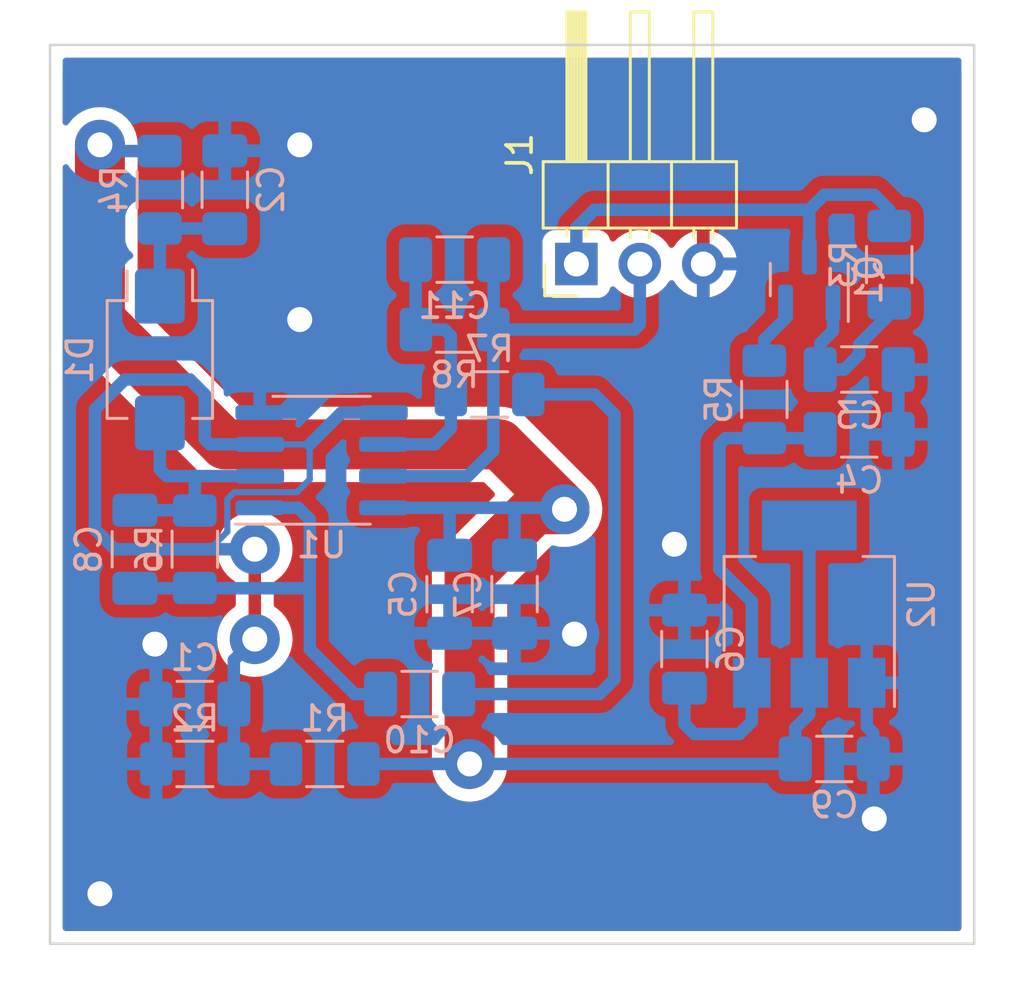
<source format=kicad_pcb>
(kicad_pcb (version 20211014) (generator pcbnew)
  (layers (0 "F.Cu" signal) (31 "B.Cu" signal) (34 "B.Paste" user) (35 "F.Paste" user) (36 "B.SilkS" user "B.Silkscreen") (37 "F.SilkS" user "F.Silkscreen") (38 "B.Mask" user) (39 "F.Mask" user) (44 "Edge.Cuts" user))
  (net 0 "")
  (net 1 "/Vcm")
  (net 2 "GND")
  (net 3 "Net-(C2-Pad1)")
  (net 4 "Net-(C3-Pad1)")
  (net 5 "Net-(C4-Pad1)")
  (net 6 "+5V")
  (net 7 "Net-(C8-Pad1)")
  (net 8 "Net-(C10-Pad1)")
  (net 9 "Net-(C10-Pad2)")
  (net 10 "Net-(C11-Pad1)")
  (net 11 "/OUT")
  (net 12 "Net-(J1-Pad1)")
  (net 13 "Net-(Q1-Pad2)")
  (footprint "Connector_PinHeader_2.54mm:PinHeader_1x03_P2.54mm_Horizontal" (layer "F.Cu") (at 165.075 68.775 90)
    (fp_text reference "J1" (at 4.385 -2.27 90) (layer "F.SilkS"))
    (fp_text value "Conn")
    (fp_line (start 1.042929 2.16) (end 1.44 2.16) (layer "F.SilkS") (width 0.12))
    (fp_line (start 4.1 0.28) (end 10.1 0.28) (layer "F.SilkS") (width 0.12))
    (fp_line (start 4.1 -0.32) (end 10.1 -0.32) (layer "F.SilkS") (width 0.12))
    (fp_line (start 4.1 -1.33) (end 1.44 -1.33) (layer "F.SilkS") (width 0.12))
    (fp_line (start 4.1 -0.38) (end 10.1 -0.38) (layer "F.SilkS") (width 0.12))
    (fp_line (start 4.1 -0.2) (end 10.1 -0.2) (layer "F.SilkS") (width 0.12))
    (fp_line (start 1.44 -1.33) (end 1.44 6.41) (layer "F.SilkS") (width 0.12))
    (fp_line (start 1.44 1.27) (end 4.1 1.27) (layer "F.SilkS") (width 0.12))
    (fp_line (start 10.1 2.92) (end 4.1 2.92) (layer "F.SilkS") (width 0.12))
    (fp_line (start 1.11 0.38) (end 1.44 0.38) (layer "F.SilkS") (width 0.12))
    (fp_line (start 4.1 0.16) (end 10.1 0.16) (layer "F.SilkS") (width 0.12))
    (fp_line (start 1.042929 5.46) (end 1.44 5.46) (layer "F.SilkS") (width 0.12))
    (fp_line (start 1.44 3.81) (end 4.1 3.81) (layer "F.SilkS") (width 0.12))
    (fp_line (start 4.1 0.04) (end 10.1 0.04) (layer "F.SilkS") (width 0.12))
    (fp_line (start -1.27 -1.27) (end 0 -1.27) (layer "F.SilkS") (width 0.12))
    (fp_line (start 10.1 5.46) (end 4.1 5.46) (layer "F.SilkS") (width 0.12))
    (fp_line (start 4.1 2.16) (end 10.1 2.16) (layer "F.SilkS") (width 0.12))
    (fp_line (start 4.1 6.41) (end 4.1 -1.33) (layer "F.SilkS") (width 0.12))
    (fp_line (start 1.042929 4.7) (end 1.44 4.7) (layer "F.SilkS") (width 0.12))
    (fp_line (start -1.27 0) (end -1.27 -1.27) (layer "F.SilkS") (width 0.12))
    (fp_line (start 1.042929 2.92) (end 1.44 2.92) (layer "F.SilkS") (width 0.12))
    (fp_line (start 1.11 -0.38) (end 1.44 -0.38) (layer "F.SilkS") (width 0.12))
    (fp_line (start 10.1 -0.38) (end 10.1 0.38) (layer "F.SilkS") (width 0.12))
    (fp_line (start 10.1 2.16) (end 10.1 2.92) (layer "F.SilkS") (width 0.12))
    (fp_line (start 10.1 0.38) (end 4.1 0.38) (layer "F.SilkS") (width 0.12))
    (fp_line (start 1.44 6.41) (end 4.1 6.41) (layer "F.SilkS") (width 0.12))
    (fp_line (start 4.1 4.7) (end 10.1 4.7) (layer "F.SilkS") (width 0.12))
    (fp_line (start 4.1 -0.08) (end 10.1 -0.08) (layer "F.SilkS") (width 0.12))
    (fp_line (start 10.1 4.7) (end 10.1 5.46) (layer "F.SilkS") (width 0.12))
    (pad "1" thru_hole rect (at 0 0 90) (size 1.7 1.7) (drill 1) (layers *.Cu *.Mask) (net 12 "Net-(J1-Pad1)"))
    (pad "2" thru_hole oval (at 0 2.54 90) (size 1.7 1.7) (drill 1) (layers *.Cu *.Mask) (net 11 "/OUT"))
    (pad "3" thru_hole oval (at 0 5.08 90) (size 1.7 1.7) (drill 1) (layers *.Cu *.Mask) (net 2 "GND"))
  )
  (footprint "Capacitor_SMD:C_1206_3216Metric_Pad1.33x1.80mm_HandSolder" (layer "B.Cu") (at 176.4 75.6)
    (fp_text reference "C4" (at 0 1.85) (layer "B.SilkS") (effects (justify mirror)))
    (fp_text value "22uF")
    (fp_line (start -0.711252 0.91) (end 0.711252 0.91) (layer "B.SilkS") (width 0.12))
    (fp_line (start -0.711252 -0.91) (end 0.711252 -0.91) (layer "B.SilkS") (width 0.12))
    (pad "1" smd roundrect (at -1.5625 0) (size 1.325 1.8) (layers "B.Cu" "B.Paste" "B.Mask") (roundrect_rratio 0.188679) (net 5 "Net-(C4-Pad1)"))
    (pad "2" smd roundrect (at 1.5625 0) (size 1.325 1.8) (layers "B.Cu" "B.Paste" "B.Mask") (roundrect_rratio 0.188679) (net 2 "GND"))
  )
  (footprint "Capacitor_SMD:C_1206_3216Metric_Pad1.33x1.80mm_HandSolder" (layer "B.Cu") (at 169.4 84.2 90)
    (fp_text reference "C6" (at 0 1.85 90) (layer "B.SilkS") (effects (justify mirror)))
    (fp_text value "1uF")
    (fp_line (start -0.711252 0.91) (end 0.711252 0.91) (layer "B.SilkS") (width 0.12))
    (fp_line (start -0.711252 -0.91) (end 0.711252 -0.91) (layer "B.SilkS") (width 0.12))
    (pad "1" smd roundrect (at -1.5625 0 90) (size 1.325 1.8) (layers "B.Cu" "B.Paste" "B.Mask") (roundrect_rratio 0.188679) (net 5 "Net-(C4-Pad1)"))
    (pad "2" smd roundrect (at 1.5625 0 90) (size 1.325 1.8) (layers "B.Cu" "B.Paste" "B.Mask") (roundrect_rratio 0.188679) (net 2 "GND"))
  )
  (footprint "Package_TO_SOT_SMD:SOT-23" (layer "B.Cu") (at 174.4 69.4 90)
    (fp_text reference "Q1" (at 0 2.4 90) (layer "B.SilkS") (effects (justify mirror)))
    (fp_text value "MMBT3904")
    (fp_line (start 0 -1.56) (end 0.65 -1.56) (layer "B.SilkS") (width 0.12))
    (fp_line (start 0 -1.56) (end -0.65 -1.56) (layer "B.SilkS") (width 0.12))
    (fp_line (start 0 1.56) (end 0.65 1.56) (layer "B.SilkS") (width 0.12))
    (fp_line (start 0 1.56) (end -1.675 1.56) (layer "B.SilkS") (width 0.12))
    (pad "1" smd roundrect (at -0.9375 0.95 90) (size 1.475 0.6) (layers "B.Cu" "B.Paste" "B.Mask") (net 4 "Net-(C3-Pad1)"))
    (pad "2" smd roundrect (at -0.9375 -0.95 90) (size 1.475 0.6) (layers "B.Cu" "B.Paste" "B.Mask") (net 13 "Net-(Q1-Pad2)"))
    (pad "3" smd roundrect (at 0.9375 0 90) (size 1.475 0.6) (layers "B.Cu" "B.Paste" "B.Mask") (net 12 "Net-(J1-Pad1)"))
  )
  (footprint "OptoDevice:Osram_SMD-DIL2_4.5x4.0mm" (layer "B.Cu") (at 148.4 72.6 -90)
    (fp_text reference "D1" (at 0.01 3.2 90) (layer "B.SilkS") (effects (justify mirror)))
    (fp_text value "BPW34")
    (fp_line (start -2.36 -2.11) (end 2.36 -2.11) (layer "B.SilkS") (width 0.12))
    (fp_line (start -2.36 1.31) (end -3.54 1.31) (layer "B.SilkS") (width 0.12))
    (fp_line (start -2.36 -1.31) (end -2.36 -2.11) (layer "B.SilkS") (width 0.12))
    (fp_line (start 2.36 -2.11) (end 2.36 -1.31) (layer "B.SilkS") (width 0.12))
    (fp_line (start 2.36 2.11) (end -2.36 2.11) (layer "B.SilkS") (width 0.12))
    (fp_line (start 2.36 1.31) (end 2.36 2.11) (layer "B.SilkS") (width 0.12))
    (fp_line (start -3.59 -1.31) (end -2.36 -1.31) (layer "B.SilkS") (width 0.12))
    (fp_line (start -2.36 2.11) (end -2.36 1.31) (layer "B.SilkS") (width 0.12))
    (pad "1" smd roundrect (at -2.54 0 90) (size 2.2 2) (layers "B.Cu" "B.Paste" "B.Mask") (roundrect_rratio 0.125) (net 3 "Net-(C2-Pad1)"))
    (pad "2" smd roundrect (at 2.54 0 90) (size 2.2 2) (layers "B.Cu" "B.Paste" "B.Mask") (roundrect_rratio 0.125) (net 7 "Net-(C8-Pad1)"))
  )
  (footprint "Resistor_SMD:R_1206_3216Metric_Pad1.30x1.75mm_HandSolder" (layer "B.Cu") (at 148.4 65.8 -90)
    (fp_text reference "R4" (at 0 1.82 90) (layer "B.SilkS") (effects (justify mirror)))
    (fp_text value "10k")
    (fp_line (start -0.727064 -0.91) (end 0.727064 -0.91) (layer "B.SilkS") (width 0.12))
    (fp_line (start -0.727064 0.91) (end 0.727064 0.91) (layer "B.SilkS") (width 0.12))
    (pad "1" smd roundrect (at -1.55 0 270) (size 1.3 1.75) (layers "B.Cu" "B.Paste" "B.Mask") (roundrect_rratio 0.192308) (net 6 "+5V"))
    (pad "2" smd roundrect (at 1.55 0 270) (size 1.3 1.75) (layers "B.Cu" "B.Paste" "B.Mask") (roundrect_rratio 0.192308) (net 3 "Net-(C2-Pad1)"))
  )
  (footprint "Capacitor_SMD:C_1206_3216Metric_Pad1.33x1.80mm_HandSolder" (layer "B.Cu") (at 175.4 88.6)
    (fp_text reference "C9" (at 0 1.85) (layer "B.SilkS") (effects (justify mirror)))
    (fp_text value "1uF")
    (fp_line (start -0.711252 0.91) (end 0.711252 0.91) (layer "B.SilkS") (width 0.12))
    (fp_line (start -0.711252 -0.91) (end 0.711252 -0.91) (layer "B.SilkS") (width 0.12))
    (pad "1" smd roundrect (at -1.5625 0) (size 1.325 1.8) (layers "B.Cu" "B.Paste" "B.Mask") (roundrect_rratio 0.188679) (net 6 "+5V"))
    (pad "2" smd roundrect (at 1.5625 0) (size 1.325 1.8) (layers "B.Cu" "B.Paste" "B.Mask") (roundrect_rratio 0.188679) (net 2 "GND"))
  )
  (footprint "Capacitor_SMD:C_1206_3216Metric_Pad1.33x1.80mm_HandSolder" (layer "B.Cu") (at 147.4 80.2 -90)
    (fp_text reference "C8" (at 0 1.85 90) (layer "B.SilkS") (effects (justify mirror)))
    (fp_text value "2pF")
    (fp_line (start -0.711252 0.91) (end 0.711252 0.91) (layer "B.SilkS") (width 0.12))
    (fp_line (start -0.711252 -0.91) (end 0.711252 -0.91) (layer "B.SilkS") (width 0.12))
    (pad "1" smd roundrect (at -1.5625 0 270) (size 1.325 1.8) (layers "B.Cu" "B.Paste" "B.Mask") (roundrect_rratio 0.188679) (net 7 "Net-(C8-Pad1)"))
    (pad "2" smd roundrect (at 1.5625 0 270) (size 1.325 1.8) (layers "B.Cu" "B.Paste" "B.Mask") (roundrect_rratio 0.188679) (net 8 "Net-(C10-Pad1)"))
  )
  (footprint "Resistor_SMD:R_1206_3216Metric_Pad1.30x1.75mm_HandSolder" (layer "B.Cu") (at 177.6 68.8 -90)
    (fp_text reference "R3" (at 0 1.82 90) (layer "B.SilkS") (effects (justify mirror)))
    (fp_text value "10k")
    (fp_line (start -0.727064 -0.91) (end 0.727064 -0.91) (layer "B.SilkS") (width 0.12))
    (fp_line (start -0.727064 0.91) (end 0.727064 0.91) (layer "B.SilkS") (width 0.12))
    (pad "1" smd roundrect (at -1.55 0 270) (size 1.3 1.75) (layers "B.Cu" "B.Paste" "B.Mask") (roundrect_rratio 0.192308) (net 12 "Net-(J1-Pad1)"))
    (pad "2" smd roundrect (at 1.55 0 270) (size 1.3 1.75) (layers "B.Cu" "B.Paste" "B.Mask") (roundrect_rratio 0.192308) (net 4 "Net-(C3-Pad1)"))
  )
  (footprint "Resistor_SMD:R_1206_3216Metric_Pad1.30x1.75mm_HandSolder" (layer "B.Cu") (at 172.6 74.2 -90)
    (fp_text reference "R5" (at 0 1.82 90) (layer "B.SilkS") (effects (justify mirror)))
    (fp_text value "10")
    (fp_line (start -0.727064 0.91) (end 0.727064 0.91) (layer "B.SilkS") (width 0.12))
    (fp_line (start -0.727064 -0.91) (end 0.727064 -0.91) (layer "B.SilkS") (width 0.12))
    (pad "1" smd roundrect (at -1.55 0 270) (size 1.3 1.75) (layers "B.Cu" "B.Paste" "B.Mask") (roundrect_rratio 0.192308) (net 13 "Net-(Q1-Pad2)"))
    (pad "2" smd roundrect (at 1.55 0 270) (size 1.3 1.75) (layers "B.Cu" "B.Paste" "B.Mask") (roundrect_rratio 0.192308) (net 5 "Net-(C4-Pad1)"))
  )
  (footprint "Capacitor_SMD:C_1206_3216Metric_Pad1.33x1.80mm_HandSolder" (layer "B.Cu") (at 160 82 -90)
    (fp_text reference "C5" (at 0 1.85 90) (layer "B.SilkS") (effects (justify mirror)))
    (fp_text value "10uF")
    (fp_line (start -0.711252 -0.91) (end 0.711252 -0.91) (layer "B.SilkS") (width 0.12))
    (fp_line (start -0.711252 0.91) (end 0.711252 0.91) (layer "B.SilkS") (width 0.12))
    (pad "1" smd roundrect (at -1.5625 0 270) (size 1.325 1.8) (layers "B.Cu" "B.Paste" "B.Mask") (roundrect_rratio 0.188679) (net 6 "+5V"))
    (pad "2" smd roundrect (at 1.5625 0 270) (size 1.325 1.8) (layers "B.Cu" "B.Paste" "B.Mask") (roundrect_rratio 0.188679) (net 2 "GND"))
  )
  (footprint "Resistor_SMD:R_1206_3216Metric_Pad1.30x1.75mm_HandSolder" (layer "B.Cu") (at 155 88.8 180)
    (fp_text reference "R1" (at 0 1.82) (layer "B.SilkS") (effects (justify mirror)))
    (fp_text value "75k")
    (fp_line (start -0.727064 0.91) (end 0.727064 0.91) (layer "B.SilkS") (width 0.12))
    (fp_line (start -0.727064 -0.91) (end 0.727064 -0.91) (layer "B.SilkS") (width 0.12))
    (pad "1" smd roundrect (at -1.55 0 180) (size 1.3 1.75) (layers "B.Cu" "B.Paste" "B.Mask") (roundrect_rratio 0.192308) (net 6 "+5V"))
    (pad "2" smd roundrect (at 1.55 0 180) (size 1.3 1.75) (layers "B.Cu" "B.Paste" "B.Mask") (roundrect_rratio 0.192308) (net 1 "/Vcm"))
  )
  (footprint "Capacitor_SMD:C_1206_3216Metric_Pad1.33x1.80mm_HandSolder" (layer "B.Cu") (at 162.6 82 -90)
    (fp_text reference "C7" (at 0 1.85 90) (layer "B.SilkS") (effects (justify mirror)))
    (fp_text value "100nF")
    (fp_line (start -0.711252 0.91) (end 0.711252 0.91) (layer "B.SilkS") (width 0.12))
    (fp_line (start -0.711252 -0.91) (end 0.711252 -0.91) (layer "B.SilkS") (width 0.12))
    (pad "1" smd roundrect (at -1.5625 0 270) (size 1.325 1.8) (layers "B.Cu" "B.Paste" "B.Mask") (roundrect_rratio 0.188679) (net 6 "+5V"))
    (pad "2" smd roundrect (at 1.5625 0 270) (size 1.325 1.8) (layers "B.Cu" "B.Paste" "B.Mask") (roundrect_rratio 0.188679) (net 2 "GND"))
  )
  (footprint "Package_TO_SOT_SMD:SOT-223-3_TabPin2" (layer "B.Cu") (at 174.4 82.4 90)
    (fp_text reference "U2" (at 0 4.5 90) (layer "B.SilkS") (effects (justify mirror)))
    (fp_text value "LM1117-5.0")
    (fp_line (start -1.85 -3.41) (end 1.91 -3.41) (layer "B.SilkS") (width 0.12))
    (fp_line (start 1.91 3.41) (end 1.91 2.15) (layer "B.SilkS") (width 0.12))
    (fp_line (start 1.91 -3.41) (end 1.91 -2.15) (layer "B.SilkS") (width 0.12))
    (fp_line (start -4.1 3.41) (end 1.91 3.41) (layer "B.SilkS") (width 0.12))
    (pad "1" smd rect (at -3.15 2.3 90) (size 2 1.5) (layers "B.Cu" "B.Paste" "B.Mask") (net 2 "GND"))
    (pad "2" smd rect (at -3.15 0 90) (size 2 1.5) (layers "B.Cu" "B.Paste" "B.Mask") (net 6 "+5V"))
    (pad "2" smd rect (at 3.15 0 90) (size 2 3.8) (layers "B.Cu" "B.Paste" "B.Mask") (net 6 "+5V"))
    (pad "3" smd rect (at -3.15 -2.3 90) (size 2 1.5) (layers "B.Cu" "B.Paste" "B.Mask") (net 5 "Net-(C4-Pad1)"))
  )
  (footprint "Capacitor_SMD:C_1206_3216Metric_Pad1.33x1.80mm_HandSolder" (layer "B.Cu") (at 158.8 86)
    (fp_text reference "C10" (at 0 1.85) (layer "B.SilkS") (effects (justify mirror)))
    (fp_text value "1nF")
    (fp_line (start -0.711252 0.91) (end 0.711252 0.91) (layer "B.SilkS") (width 0.12))
    (fp_line (start -0.711252 -0.91) (end 0.711252 -0.91) (layer "B.SilkS") (width 0.12))
    (pad "1" smd roundrect (at -1.5625 0) (size 1.325 1.8) (layers "B.Cu" "B.Paste" "B.Mask") (roundrect_rratio 0.188679) (net 8 "Net-(C10-Pad1)"))
    (pad "2" smd roundrect (at 1.5625 0) (size 1.325 1.8) (layers "B.Cu" "B.Paste" "B.Mask") (roundrect_rratio 0.188679) (net 9 "Net-(C10-Pad2)"))
  )
  (footprint "Resistor_SMD:R_1206_3216Metric_Pad1.30x1.75mm_HandSolder" (layer "B.Cu") (at 149.8 80.2 -90)
    (fp_text reference "R6" (at 0 1.82 90) (layer "B.SilkS") (effects (justify mirror)))
    (fp_text value "10M")
    (fp_line (start -0.727064 0.91) (end 0.727064 0.91) (layer "B.SilkS") (width 0.12))
    (fp_line (start -0.727064 -0.91) (end 0.727064 -0.91) (layer "B.SilkS") (width 0.12))
    (pad "1" smd roundrect (at -1.55 0 270) (size 1.3 1.75) (layers "B.Cu" "B.Paste" "B.Mask") (roundrect_rratio 0.192308) (net 7 "Net-(C8-Pad1)"))
    (pad "2" smd roundrect (at 1.55 0 270) (size 1.3 1.75) (layers "B.Cu" "B.Paste" "B.Mask") (roundrect_rratio 0.192308) (net 8 "Net-(C10-Pad1)"))
  )
  (footprint "Package_SO:SOIC-8_3.9x4.9mm_P1.27mm" (layer "B.Cu") (at 154.875 76.635)
    (fp_text reference "U1" (at 0 3.4) (layer "B.SilkS") (effects (justify mirror)))
    (fp_text value "LMC6062")
    (fp_line (start 0 -2.56) (end -1.95 -2.56) (layer "B.SilkS") (width 0.12))
    (fp_line (start 0 2.56) (end -3.45 2.56) (layer "B.SilkS") (width 0.12))
    (fp_line (start 0 -2.56) (end 1.95 -2.56) (layer "B.SilkS") (width 0.12))
    (fp_line (start 0 2.56) (end 1.95 2.56) (layer "B.SilkS") (width 0.12))
    (pad "1" smd roundrect (at -2.475 1.905) (size 1.95 0.6) (layers "B.Cu" "B.Paste" "B.Mask") (net 8 "Net-(C10-Pad1)"))
    (pad "2" smd roundrect (at -2.475 0.635) (size 1.95 0.6) (layers "B.Cu" "B.Paste" "B.Mask") (net 7 "Net-(C8-Pad1)"))
    (pad "3" smd roundrect (at -2.475 -0.635) (size 1.95 0.6) (layers "B.Cu" "B.Paste" "B.Mask") (net 1 "/Vcm"))
    (pad "4" smd roundrect (at -2.475 -1.905) (size 1.95 0.6) (layers "B.Cu" "B.Paste" "B.Mask") (net 2 "GND"))
    (pad "5" smd roundrect (at 2.475 -1.905) (size 1.95 0.6) (layers "B.Cu" "B.Paste" "B.Mask") (net 1 "/Vcm"))
    (pad "6" smd roundrect (at 2.475 -0.635) (size 1.95 0.6) (layers "B.Cu" "B.Paste" "B.Mask") (net 10 "Net-(C11-Pad1)"))
    (pad "7" smd roundrect (at 2.475 0.635) (size 1.95 0.6) (layers "B.Cu" "B.Paste" "B.Mask") (net 11 "/OUT"))
    (pad "8" smd roundrect (at 2.475 1.905) (size 1.95 0.6) (layers "B.Cu" "B.Paste" "B.Mask") (net 6 "+5V"))
  )
  (footprint "Capacitor_SMD:C_1206_3216Metric_Pad1.33x1.80mm_HandSolder" (layer "B.Cu") (at 160.2 68.6)
    (fp_text reference "C11" (at 0 1.85) (layer "B.SilkS") (effects (justify mirror)))
    (fp_text value "10pF")
    (fp_line (start -0.711252 0.91) (end 0.711252 0.91) (layer "B.SilkS") (width 0.12))
    (fp_line (start -0.711252 -0.91) (end 0.711252 -0.91) (layer "B.SilkS") (width 0.12))
    (pad "1" smd roundrect (at -1.5625 0) (size 1.325 1.8) (layers "B.Cu" "B.Paste" "B.Mask") (roundrect_rratio 0.188679) (net 10 "Net-(C11-Pad1)"))
    (pad "2" smd roundrect (at 1.5625 0) (size 1.325 1.8) (layers "B.Cu" "B.Paste" "B.Mask") (roundrect_rratio 0.188679) (net 11 "/OUT"))
  )
  (footprint "Resistor_SMD:R_1206_3216Metric_Pad1.30x1.75mm_HandSolder" (layer "B.Cu") (at 160.2 71.4)
    (fp_text reference "R8" (at 0 1.82) (layer "B.SilkS") (effects (justify mirror)))
    (fp_text value "1M")
    (fp_line (start -0.727064 0.91) (end 0.727064 0.91) (layer "B.SilkS") (width 0.12))
    (fp_line (start -0.727064 -0.91) (end 0.727064 -0.91) (layer "B.SilkS") (width 0.12))
    (pad "1" smd roundrect (at -1.55 0) (size 1.3 1.75) (layers "B.Cu" "B.Paste" "B.Mask") (roundrect_rratio 0.192308) (net 10 "Net-(C11-Pad1)"))
    (pad "2" smd roundrect (at 1.55 0) (size 1.3 1.75) (layers "B.Cu" "B.Paste" "B.Mask") (roundrect_rratio 0.192308) (net 11 "/OUT"))
  )
  (footprint "Resistor_SMD:R_1206_3216Metric_Pad1.30x1.75mm_HandSolder" (layer "B.Cu") (at 161.6 74 180)
    (fp_text reference "R7" (at 0 1.82) (layer "B.SilkS") (effects (justify mirror)))
    (fp_text value "10k")
    (fp_line (start -0.727064 0.91) (end 0.727064 0.91) (layer "B.SilkS") (width 0.12))
    (fp_line (start -0.727064 -0.91) (end 0.727064 -0.91) (layer "B.SilkS") (width 0.12))
    (pad "1" smd roundrect (at -1.55 0 180) (size 1.3 1.75) (layers "B.Cu" "B.Paste" "B.Mask") (roundrect_rratio 0.192308) (net 9 "Net-(C10-Pad2)"))
    (pad "2" smd roundrect (at 1.55 0 180) (size 1.3 1.75) (layers "B.Cu" "B.Paste" "B.Mask") (roundrect_rratio 0.192308) (net 10 "Net-(C11-Pad1)"))
  )
  (footprint "Capacitor_SMD:C_1206_3216Metric_Pad1.33x1.80mm_HandSolder" (layer "B.Cu") (at 151 65.8 90)
    (fp_text reference "C2" (at 0 1.85 90) (layer "B.SilkS") (effects (justify mirror)))
    (fp_text value "10uF")
    (fp_line (start -0.711252 -0.91) (end 0.711252 -0.91) (layer "B.SilkS") (width 0.12))
    (fp_line (start -0.711252 0.91) (end 0.711252 0.91) (layer "B.SilkS") (width 0.12))
    (pad "1" smd roundrect (at -1.5625 0 90) (size 1.325 1.8) (layers "B.Cu" "B.Paste" "B.Mask") (roundrect_rratio 0.188679) (net 3 "Net-(C2-Pad1)"))
    (pad "2" smd roundrect (at 1.5625 0 90) (size 1.325 1.8) (layers "B.Cu" "B.Paste" "B.Mask") (roundrect_rratio 0.188679) (net 2 "GND"))
  )
  (footprint "Capacitor_SMD:C_1206_3216Metric_Pad1.33x1.80mm_HandSolder" (layer "B.Cu") (at 149.8 86.4 180)
    (fp_text reference "C1" (at 0 1.85) (layer "B.SilkS") (effects (justify mirror)))
    (fp_text value "10uF")
    (fp_line (start -0.711252 -0.91) (end 0.711252 -0.91) (layer "B.SilkS") (width 0.12))
    (fp_line (start -0.711252 0.91) (end 0.711252 0.91) (layer "B.SilkS") (width 0.12))
    (pad "1" smd roundrect (at -1.5625 0 180) (size 1.325 1.8) (layers "B.Cu" "B.Paste" "B.Mask") (roundrect_rratio 0.188679) (net 1 "/Vcm"))
    (pad "2" smd roundrect (at 1.5625 0 180) (size 1.325 1.8) (layers "B.Cu" "B.Paste" "B.Mask") (roundrect_rratio 0.188679) (net 2 "GND"))
  )
  (footprint "Resistor_SMD:R_1206_3216Metric_Pad1.30x1.75mm_HandSolder" (layer "B.Cu") (at 149.8 88.8 180)
    (fp_text reference "R2" (at 0 1.82) (layer "B.SilkS") (effects (justify mirror)))
    (fp_text value "47k")
    (fp_line (start -0.727064 0.91) (end 0.727064 0.91) (layer "B.SilkS") (width 0.12))
    (fp_line (start -0.727064 -0.91) (end 0.727064 -0.91) (layer "B.SilkS") (width 0.12))
    (pad "1" smd roundrect (at -1.55 0 180) (size 1.3 1.75) (layers "B.Cu" "B.Paste" "B.Mask") (roundrect_rratio 0.192308) (net 1 "/Vcm"))
    (pad "2" smd roundrect (at 1.55 0 180) (size 1.3 1.75) (layers "B.Cu" "B.Paste" "B.Mask") (roundrect_rratio 0.192308) (net 2 "GND"))
  )
  (footprint "Capacitor_SMD:C_1206_3216Metric_Pad1.33x1.80mm_HandSolder" (layer "B.Cu") (at 176.4 73)
    (fp_text reference "C3" (at 0 1.85) (layer "B.SilkS") (effects (justify mirror)))
    (fp_text value "22uF")
    (fp_line (start -0.711252 0.91) (end 0.711252 0.91) (layer "B.SilkS") (width 0.12))
    (fp_line (start -0.711252 -0.91) (end 0.711252 -0.91) (layer "B.SilkS") (width 0.12))
    (pad "1" smd roundrect (at -1.5625 0) (size 1.325 1.8) (layers "B.Cu" "B.Paste" "B.Mask") (roundrect_rratio 0.188679) (net 4 "Net-(C3-Pad1)"))
    (pad "2" smd roundrect (at 1.5625 0) (size 1.325 1.8) (layers "B.Cu" "B.Paste" "B.Mask") (roundrect_rratio 0.188679) (net 2 "GND"))
  )
  (gr_rect (start 144 96) (end 181 60) (layer "Edge.Cuts") (width 0.1) (fill none))
  (segment (start 152.2 83.8) (end 152.2 80.2) (width 0.5) (layer "F.Cu") (net 1))
  (via (at 152.2 80.2) (size 2) (drill 1) (layers "F.Cu" "B.Cu") (net 1))
  (via (at 152.2 83.8) (size 2) (drill 1) (layers "F.Cu" "B.Cu") (net 1))
  (segment (start 154.4 76) (end 155.67 74.73) (width 0.5) (layer "B.Cu") (net 1))
  (segment (start 153.885 77.915) (end 151.378249 77.915) (width 0.25) (layer "B.Cu") (net 1))
  (segment (start 151.378249 77.915) (end 151.1 78.193249) (width 0.25) (layer "B.Cu") (net 1))
  (segment (start 155.67 74.73) (end 157.35 74.73) (width 0.5) (layer "B.Cu") (net 1))
  (segment (start 154.4 77.4) (end 153.885 77.915) (width 0.25) (layer "B.Cu") (net 1))
  (segment (start 149.6 73.4) (end 150.2 74) (width 0.5) (layer "B.Cu") (net 1))
  (segment (start 145.8 74.6) (end 147 73.4) (width 0.5) (layer "B.Cu") (net 1))
  (segment (start 152.4 76) (end 154.2 76) (width 0.25) (layer "B.Cu") (net 1))
  (segment (start 152.2 80.2) (end 150.4 80.2) (width 0.5) (layer "B.Cu") (net 1))
  (segment (start 154.4 76) (end 154.4 77.4) (width 0.25) (layer "B.Cu") (net 1))
  (segment (start 151.3625 88.7875) (end 151.35 88.8) (width 0.5) (layer "B.Cu") (net 1))
  (segment (start 147 73.4) (end 149.6 73.4) (width 0.5) (layer "B.Cu") (net 1))
  (segment (start 150.2 75.8) (end 150.4 76) (width 0.5) (layer "B.Cu") (net 1))
  (segment (start 151.1 78.193249) (end 151.1 79.5) (width 0.25) (layer "B.Cu") (net 1))
  (segment (start 146.6 80.2) (end 145.8 79.4) (width 0.5) (layer "B.Cu") (net 1))
  (segment (start 150.4 76) (end 152.4 76) (width 0.5) (layer "B.Cu") (net 1))
  (segment (start 151.35 88.8) (end 153.45 88.8) (width 0.5) (layer "B.Cu") (net 1))
  (segment (start 150.4 80.2) (end 146.6 80.2) (width 0.5) (layer "B.Cu") (net 1))
  (segment (start 151.1 79.5) (end 150.4 80.2) (width 0.25) (layer "B.Cu") (net 1))
  (segment (start 150.2 74) (end 150.2 75.8) (width 0.5) (layer "B.Cu") (net 1))
  (segment (start 151.3625 86.4) (end 151.3625 88.7875) (width 0.5) (layer "B.Cu") (net 1))
  (segment (start 145.8 79.4) (end 145.8 74.6) (width 0.5) (layer "B.Cu") (net 1))
  (segment (start 151.3625 84.6375) (end 152.2 83.8) (width 0.5) (layer "B.Cu") (net 1))
  (segment (start 151.3625 86.4) (end 151.3625 84.6375) (width 0.5) (layer "B.Cu") (net 1))
  (via (at 177 91) (size 2) (drill 1) (layers "F.Cu" "B.Cu") (net 2))
  (via (at 165 83.6) (size 2) (drill 1) (layers "F.Cu" "B.Cu") (net 2))
  (via (at 179 63) (size 2) (drill 1) (layers "F.Cu" "B.Cu") (net 2))
  (via (at 169 80) (size 2) (drill 1) (layers "F.Cu" "B.Cu") (net 2))
  (via (at 148.2 84) (size 2) (drill 1) (layers "F.Cu" "B.Cu") (net 2))
  (via (at 154 71) (size 2) (drill 1) (layers "F.Cu" "B.Cu") (net 2))
  (via (at 146 94) (size 2) (drill 1) (layers "F.Cu" "B.Cu") (net 2))
  (via (at 154 64) (size 2) (drill 1) (layers "F.Cu" "B.Cu") (net 2))
  (segment (start 148.25 84.05) (end 148.2 84) (width 0.5) (layer "B.Cu") (net 2))
  (segment (start 177.9625 75.6) (end 177.9625 73) (width 0.5) (layer "B.Cu") (net 2))
  (segment (start 176.7 87.3) (end 176.9625 87.5625) (width 0.5) (layer "B.Cu") (net 2))
  (segment (start 164.9625 83.5625) (end 165 83.6) (width 0.5) (layer "B.Cu") (net 2))
  (segment (start 176.7 83.9) (end 177.9625 82.6375) (width 0.5) (layer "B.Cu") (net 2))
  (segment (start 176.7 85.55) (end 176.7 83.9) (width 0.5) (layer "B.Cu") (net 2))
  (segment (start 151 64.2375) (end 153.7625 64.2375) (width 0.5) (layer "B.Cu") (net 2))
  (segment (start 160 83.5625) (end 162.6 83.5625) (width 0.5) (layer "B.Cu") (net 2))
  (segment (start 154 74) (end 154 71) (width 0.5) (layer "B.Cu") (net 2))
  (segment (start 152.4 74.73) (end 153.27 74.73) (width 0.5) (layer "B.Cu") (net 2))
  (segment (start 176.9625 90.9625) (end 177 91) (width 0.5) (layer "B.Cu") (net 2))
  (segment (start 177.9625 82.6375) (end 177.9625 75.6) (width 0.5) (layer "B.Cu") (net 2))
  (segment (start 169.4 82.6375) (end 169.4 80.4) (width 0.5) (layer "B.Cu") (net 2))
  (segment (start 148.25 88.8) (end 148.25 84.05) (width 0.5) (layer "B.Cu") (net 2))
  (segment (start 153.7625 64.2375) (end 154 64) (width 0.5) (layer "B.Cu") (net 2))
  (segment (start 176.9625 87.5625) (end 176.9625 88.6) (width 0.5) (layer "B.Cu") (net 2))
  (segment (start 176.7 85.55) (end 176.7 87.3) (width 0.5) (layer "B.Cu") (net 2))
  (segment (start 176.9625 88.6) (end 176.9625 90.9625) (width 0.5) (layer "B.Cu") (net 2))
  (segment (start 162.6 83.5625) (end 164.9625 83.5625) (width 0.5) (layer "B.Cu") (net 2))
  (segment (start 153.27 74.73) (end 154 74) (width 0.5) (layer "B.Cu") (net 2))
  (segment (start 169.4 80.4) (end 169 80) (width 0.5) (layer "B.Cu") (net 2))
  (segment (start 148.4 70.06) (end 148.4 67.35) (width 0.5) (layer "B.Cu") (net 3))
  (segment (start 148.4 67.35) (end 150.9875 67.35) (width 0.5) (layer "B.Cu") (net 3))
  (segment (start 150.9875 67.35) (end 151 67.3625) (width 0.5) (layer "B.Cu") (net 3))
  (segment (start 175.35 71.45) (end 174.8375 71.9625) (width 0.5) (layer "B.Cu") (net 4))
  (segment (start 176.4 72) (end 176.4 72.4) (width 0.5) (layer "B.Cu") (net 4))
  (segment (start 174.8375 71.9625) (end 174.8375 73) (width 0.5) (layer "B.Cu") (net 4))
  (segment (start 177.6 70.8) (end 176.4 72) (width 0.5) (layer "B.Cu") (net 4))
  (segment (start 175.8 73) (end 174.8375 73) (width 0.5) (layer "B.Cu") (net 4))
  (segment (start 175.35 70.3375) (end 175.35 71.45) (width 0.5) (layer "B.Cu") (net 4))
  (segment (start 176.4 72.4) (end 175.8 73) (width 0.5) (layer "B.Cu") (net 4))
  (segment (start 177.6 70.35) (end 177.6 70.8) (width 0.5) (layer "B.Cu") (net 4))
  (segment (start 172.6 75.75) (end 174.6875 75.75) (width 0.5) (layer "B.Cu") (net 5))
  (segment (start 169.8 87.6) (end 171.6 87.6) (width 0.5) (layer "B.Cu") (net 5))
  (segment (start 174.6875 75.75) (end 174.8375 75.6) (width 0.5) (layer "B.Cu") (net 5))
  (segment (start 172.1 82.3) (end 172.1 85.55) (width 0.5) (layer "B.Cu") (net 5))
  (segment (start 172.6 75.75) (end 171.05 75.75) (width 0.5) (layer "B.Cu") (net 5))
  (segment (start 171.6 87.6) (end 172.1 87.1) (width 0.5) (layer "B.Cu") (net 5))
  (segment (start 171.05 75.75) (end 170.8 76) (width 0.5) (layer "B.Cu") (net 5))
  (segment (start 170.8 81) (end 172.1 82.3) (width 0.5) (layer "B.Cu") (net 5))
  (segment (start 169.4 85.7625) (end 169.4 87.2) (width 0.5) (layer "B.Cu") (net 5))
  (segment (start 170.8 76) (end 170.8 81) (width 0.5) (layer "B.Cu") (net 5))
  (segment (start 172.1 87.1) (end 172.1 85.55) (width 0.5) (layer "B.Cu") (net 5))
  (segment (start 169.4 87.2) (end 169.8 87.6) (width 0.5) (layer "B.Cu") (net 5))
  (segment (start 146 64) (end 146 71) (width 2) (layer "F.Cu") (net 6))
  (segment (start 160.8 81.2) (end 160.8 88.8) (width 2) (layer "F.Cu") (net 6))
  (segment (start 146 71) (end 151 76) (width 2) (layer "F.Cu") (net 6))
  (segment (start 164.6 78.6) (end 163.4 78.6) (width 2) (layer "F.Cu") (net 6))
  (segment (start 151 76) (end 162 76) (width 2) (layer "F.Cu") (net 6))
  (segment (start 162 76) (end 164.6 78.6) (width 2) (layer "F.Cu") (net 6))
  (segment (start 163.4 78.6) (end 160.8 81.2) (width 2) (layer "F.Cu") (net 6))
  (via (at 146 64) (size 2) (drill 1) (layers "F.Cu" "B.Cu") (net 6))
  (via (at 164.6 78.6) (size 2) (drill 1) (layers "F.Cu" "B.Cu") (net 6))
  (via (at 160.8 88.8) (size 2) (drill 1) (layers "F.Cu" "B.Cu") (net 6))
  (segment (start 156.55 88.8) (end 173.6375 88.8) (width 0.5) (layer "B.Cu") (net 6))
  (segment (start 173.6375 88.8) (end 173.8375 88.6) (width 0.5) (layer "B.Cu") (net 6))
  (segment (start 162.54 78.54) (end 162.6 78.6) (width 0.5) (layer "B.Cu") (net 6))
  (segment (start 173.8375 87.3625) (end 173.8375 88.6) (width 0.5) (layer "B.Cu") (net 6))
  (segment (start 146.25 64.25) (end 146 64) (width 0.5) (layer "B.Cu") (net 6))
  (segment (start 174.4 86.8) (end 173.8375 87.3625) (width 0.5) (layer "B.Cu") (net 6))
  (segment (start 160 80.4375) (end 160 78.6) (width 0.5) (layer "B.Cu") (net 6))
  (segment (start 162.6 78.6) (end 162.6 80.4375) (width 0.5) (layer "B.Cu") (net 6))
  (segment (start 159.94 78.54) (end 162.14 78.54) (width 0.5) (layer "B.Cu") (net 6))
  (segment (start 162.14 78.54) (end 164.54 78.54) (width 0.5) (layer "B.Cu") (net 6))
  (segment (start 148.4 64.25) (end 146.25 64.25) (width 0.5) (layer "B.Cu") (net 6))
  (segment (start 174.4 85.55) (end 174.4 86.8) (width 0.5) (layer "B.Cu") (net 6))
  (segment (start 160 78.6) (end 159.94 78.54) (width 0.5) (layer "B.Cu") (net 6))
  (segment (start 164.54 78.54) (end 164.6 78.6) (width 0.5) (layer "B.Cu") (net 6))
  (segment (start 157.35 78.54) (end 159.94 78.54) (width 0.5) (layer "B.Cu") (net 6))
  (segment (start 162.14 78.54) (end 162.54 78.54) (width 0.5) (layer "B.Cu") (net 6))
  (segment (start 174.4 85.55) (end 174.4 79.25) (width 0.5) (layer "B.Cu") (net 6))
  (segment (start 149.8 77.34) (end 149.73 77.27) (width 0.5) (layer "B.Cu") (net 7))
  (segment (start 149.73 77.27) (end 148.67 77.27) (width 0.5) (layer "B.Cu") (net 7))
  (segment (start 147.4 78.6375) (end 149.7875 78.6375) (width 0.5) (layer "B.Cu") (net 7))
  (segment (start 149.7875 78.6375) (end 149.8 78.65) (width 0.5) (layer "B.Cu") (net 7))
  (segment (start 148.4 77) (end 148.4 75.14) (width 0.5) (layer "B.Cu") (net 7))
  (segment (start 148.67 77.27) (end 148.4 77) (width 0.5) (layer "B.Cu") (net 7))
  (segment (start 152.4 77.27) (end 149.73 77.27) (width 0.5) (layer "B.Cu") (net 7))
  (segment (start 149.8 78.65) (end 149.8 77.34) (width 0.5) (layer "B.Cu") (net 7))
  (segment (start 156.2 86) (end 154.4 84.2) (width 0.5) (layer "B.Cu") (net 8))
  (segment (start 154.4 81) (end 154.4 79) (width 0.5) (layer "B.Cu") (net 8))
  (segment (start 147.4 81.7625) (end 154.4 81.7625) (width 0.5) (layer "B.Cu") (net 8))
  (segment (start 154.4 84.2) (end 154.4 81) (width 0.5) (layer "B.Cu") (net 8))
  (segment (start 154.4 79) (end 153.94 78.54) (width 0.5) (layer "B.Cu") (net 8))
  (segment (start 153.94 78.54) (end 152.4 78.54) (width 0.5) (layer "B.Cu") (net 8))
  (segment (start 154.4 81.7625) (end 154.4 81) (width 0.5) (layer "B.Cu") (net 8))
  (segment (start 157.2375 86) (end 156.2 86) (width 0.5) (layer "B.Cu") (net 8))
  (segment (start 166 86) (end 166.6 85.4) (width 0.5) (layer "B.Cu") (net 9))
  (segment (start 166.6 74.8) (end 165.8 74) (width 0.5) (layer "B.Cu") (net 9))
  (segment (start 166.6 85.4) (end 166.6 74.8) (width 0.5) (layer "B.Cu") (net 9))
  (segment (start 165.8 74) (end 163.15 74) (width 0.5) (layer "B.Cu") (net 9))
  (segment (start 160.3625 86) (end 166 86) (width 0.5) (layer "B.Cu") (net 9))
  (segment (start 160.05 75.35) (end 160.05 74) (width 0.5) (layer "B.Cu") (net 10))
  (segment (start 158.6375 68.6) (end 158.6375 71.3875) (width 0.5) (layer "B.Cu") (net 10))
  (segment (start 159.4 76) (end 160.05 75.35) (width 0.5) (layer "B.Cu") (net 10))
  (segment (start 159.8 71.4) (end 158.65 71.4) (width 0.5) (layer "B.Cu") (net 10))
  (segment (start 160.05 71.65) (end 159.8 71.4) (width 0.5) (layer "B.Cu") (net 10))
  (segment (start 160.05 74) (end 160.05 71.65) (width 0.5) (layer "B.Cu") (net 10))
  (segment (start 157.35 76) (end 159.4 76) (width 0.5) (layer "B.Cu") (net 10))
  (segment (start 158.6375 71.3875) (end 158.65 71.4) (width 0.5) (layer "B.Cu") (net 10))
  (segment (start 167.615 71.185) (end 167.4 71.4) (width 0.5) (layer "B.Cu") (net 11))
  (segment (start 160.73 77.27) (end 161.75 76.25) (width 0.5) (layer "B.Cu") (net 11))
  (segment (start 167.615 68.775) (end 167.615 71.185) (width 0.5) (layer "B.Cu") (net 11))
  (segment (start 157.35 77.27) (end 160.73 77.27) (width 0.5) (layer "B.Cu") (net 11))
  (segment (start 161.75 76.25) (end 161.75 71.4) (width 0.5) (layer "B.Cu") (net 11))
  (segment (start 161.7625 71.3875) (end 161.75 71.4) (width 0.5) (layer "B.Cu") (net 11))
  (segment (start 161.7625 68.6) (end 161.7625 71.3875) (width 0.5) (layer "B.Cu") (net 11))
  (segment (start 167.4 71.4) (end 161.75 71.4) (width 0.5) (layer "B.Cu") (net 11))
  (segment (start 174.4 66.6) (end 175 66) (width 0.5) (layer "B.Cu") (net 12))
  (segment (start 165.8 66.6) (end 174.4 66.6) (width 0.5) (layer "B.Cu") (net 12))
  (segment (start 165.075 68.775) (end 165.075 67.325) (width 0.5) (layer "B.Cu") (net 12))
  (segment (start 174.4 68.4625) (end 174.4 66.6) (width 0.5) (layer "B.Cu") (net 12))
  (segment (start 177 66) (end 177.6 66.6) (width 0.5) (layer "B.Cu") (net 12))
  (segment (start 165.075 67.325) (end 165.8 66.6) (width 0.5) (layer "B.Cu") (net 12))
  (segment (start 175 66) (end 177 66) (width 0.5) (layer "B.Cu") (net 12))
  (segment (start 177.6 66.6) (end 177.6 67.25) (width 0.5) (layer "B.Cu") (net 12))
  (segment (start 173.45 70.3375) (end 173.45 70.95) (width 0.5) (layer "B.Cu") (net 13))
  (segment (start 173.45 70.95) (end 172.6 71.8) (width 0.5) (layer "B.Cu") (net 13))
  (segment (start 172.6 71.8) (end 172.6 72.65) (width 0.5) (layer "B.Cu") (net 13))
  (zone (net 2) (net_name "GND") (layer "F.Cu") (connect_pads (clearance 0.508)) (min_thickness 0.254) (fill yes (thermal_gap 0.508) (thermal_bridge_width 0.508))
    (polygon (pts (xy 182 97) (xy 143 97) (xy 143 61) (xy 182 61)))
  )
  (zone (net 2) (net_name "GND") (layer "B.Cu") (connect_pads (clearance 0.508)) (min_thickness 0.254) (fill yes (thermal_gap 0.508) (thermal_bridge_width 0.508))
    (polygon (pts (xy 183 98) (xy 142 98) (xy 142 59) (xy 183 59)))
  )
)
</source>
